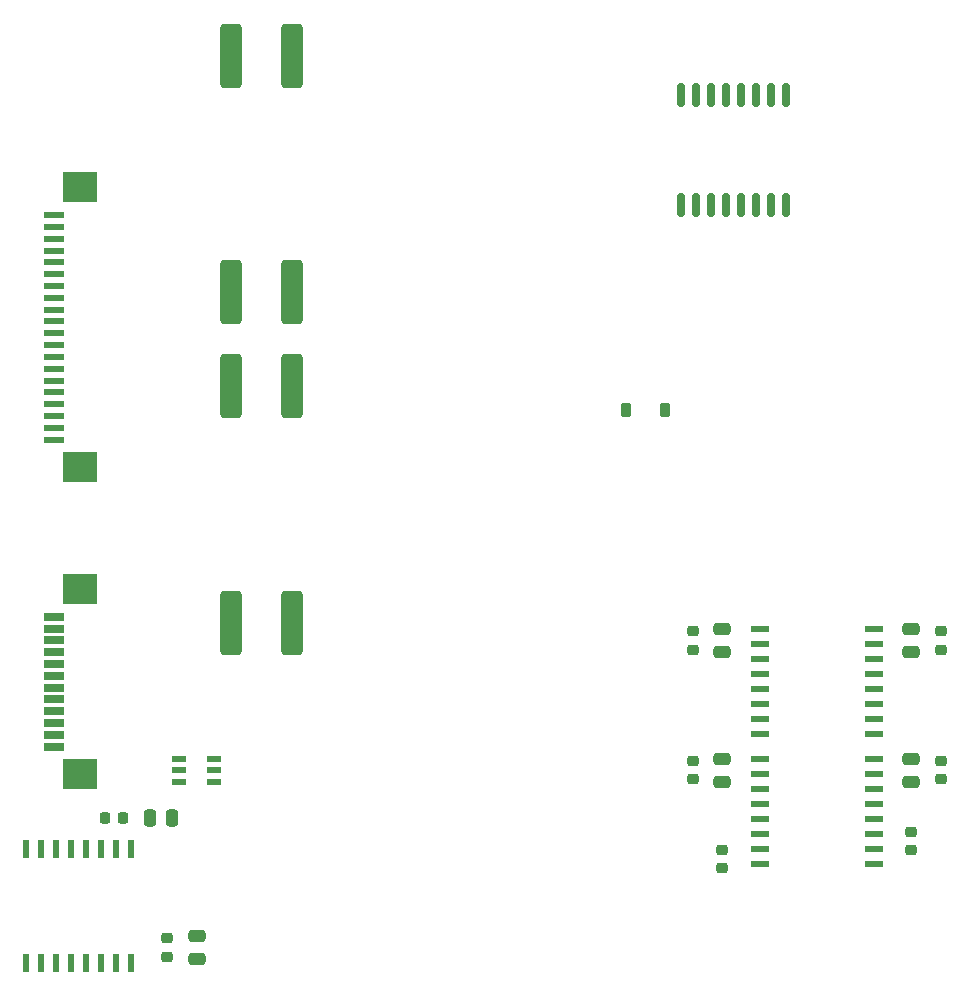
<source format=gbr>
%TF.GenerationSoftware,KiCad,Pcbnew,9.0.2*%
%TF.CreationDate,2025-07-01T09:19:31+03:00*%
%TF.ProjectId,PMCPU-LLP,504d4350-552d-44c4-9c50-2e6b69636164,rev?*%
%TF.SameCoordinates,Original*%
%TF.FileFunction,Paste,Top*%
%TF.FilePolarity,Positive*%
%FSLAX46Y46*%
G04 Gerber Fmt 4.6, Leading zero omitted, Abs format (unit mm)*
G04 Created by KiCad (PCBNEW 9.0.2) date 2025-07-01 09:19:31*
%MOMM*%
%LPD*%
G01*
G04 APERTURE LIST*
G04 Aperture macros list*
%AMRoundRect*
0 Rectangle with rounded corners*
0 $1 Rounding radius*
0 $2 $3 $4 $5 $6 $7 $8 $9 X,Y pos of 4 corners*
0 Add a 4 corners polygon primitive as box body*
4,1,4,$2,$3,$4,$5,$6,$7,$8,$9,$2,$3,0*
0 Add four circle primitives for the rounded corners*
1,1,$1+$1,$2,$3*
1,1,$1+$1,$4,$5*
1,1,$1+$1,$6,$7*
1,1,$1+$1,$8,$9*
0 Add four rect primitives between the rounded corners*
20,1,$1+$1,$2,$3,$4,$5,0*
20,1,$1+$1,$4,$5,$6,$7,0*
20,1,$1+$1,$6,$7,$8,$9,0*
20,1,$1+$1,$8,$9,$2,$3,0*%
G04 Aperture macros list end*
%ADD10RoundRect,0.225000X0.225000X0.375000X-0.225000X0.375000X-0.225000X-0.375000X0.225000X-0.375000X0*%
%ADD11R,1.181100X0.558800*%
%ADD12RoundRect,0.250000X-0.475000X0.250000X-0.475000X-0.250000X0.475000X-0.250000X0.475000X0.250000X0*%
%ADD13RoundRect,0.225000X-0.250000X0.225000X-0.250000X-0.225000X0.250000X-0.225000X0.250000X0.225000X0*%
%ADD14RoundRect,0.250000X-0.650000X-2.450000X0.650000X-2.450000X0.650000X2.450000X-0.650000X2.450000X0*%
%ADD15R,1.549400X0.482600*%
%ADD16R,0.482600X1.549400*%
%ADD17R,1.803400X0.635000*%
%ADD18R,2.997200X2.590800*%
%ADD19RoundRect,0.250000X0.475000X-0.250000X0.475000X0.250000X-0.475000X0.250000X-0.475000X-0.250000X0*%
%ADD20RoundRect,0.250000X-0.250000X-0.475000X0.250000X-0.475000X0.250000X0.475000X-0.250000X0.475000X0*%
%ADD21R,1.800000X0.600000*%
%ADD22R,3.000000X2.600000*%
%ADD23RoundRect,0.225000X0.250000X-0.225000X0.250000X0.225000X-0.250000X0.225000X-0.250000X-0.225000X0*%
%ADD24RoundRect,0.150000X0.150000X-0.875000X0.150000X0.875000X-0.150000X0.875000X-0.150000X-0.875000X0*%
%ADD25RoundRect,0.225000X0.225000X0.250000X-0.225000X0.250000X-0.225000X-0.250000X0.225000X-0.250000X0*%
G04 APERTURE END LIST*
D10*
%TO.C,D1*%
X15150000Y13000000D03*
X11850000Y13000000D03*
%TD*%
D11*
%TO.C,U7*%
X-23033150Y-18450001D03*
X-23033150Y-17500000D03*
X-23033150Y-16549999D03*
X-25966850Y-16549999D03*
X-25966850Y-17500000D03*
X-25966850Y-18450001D03*
%TD*%
D12*
%TO.C,C4*%
X36000000Y-16550000D03*
X36000000Y-18450000D03*
%TD*%
D13*
%TO.C,C8*%
X36000000Y-22705000D03*
X36000000Y-24255000D03*
%TD*%
D14*
%TO.C,C3*%
X-21550000Y15000000D03*
X-16450000Y15000000D03*
%TD*%
D13*
%TO.C,C7*%
X38500000Y-16725000D03*
X38500000Y-18275000D03*
%TD*%
%TO.C,C15*%
X20000000Y-24225000D03*
X20000000Y-25775000D03*
%TD*%
D12*
%TO.C,C13*%
X20000000Y-16550000D03*
X20000000Y-18450000D03*
%TD*%
D14*
%TO.C,C6*%
X-21550000Y43000000D03*
X-16450000Y43000000D03*
%TD*%
D15*
%TO.C,U5*%
X23174000Y-16555000D03*
X23174000Y-17825000D03*
X23174000Y-19095000D03*
X23174000Y-20365000D03*
X23174000Y-21635000D03*
X23174000Y-22905000D03*
X23174000Y-24175000D03*
X23174000Y-25445000D03*
X32826000Y-25445000D03*
X32826000Y-24175000D03*
X32826000Y-22905000D03*
X32826000Y-21635000D03*
X32826000Y-20365000D03*
X32826000Y-19095000D03*
X32826000Y-17825000D03*
X32826000Y-16555000D03*
%TD*%
D16*
%TO.C,U4*%
X-30055000Y-24174000D03*
X-31325000Y-24174000D03*
X-32595000Y-24174000D03*
X-33865000Y-24174000D03*
X-35135000Y-24174000D03*
X-36405000Y-24174000D03*
X-37675000Y-24174000D03*
X-38945000Y-24174000D03*
X-38945000Y-33826000D03*
X-37675000Y-33826000D03*
X-36405000Y-33826000D03*
X-35135000Y-33826000D03*
X-33865000Y-33826000D03*
X-32595000Y-33826000D03*
X-31325000Y-33826000D03*
X-30055000Y-33826000D03*
%TD*%
D17*
%TO.C,J7*%
X-36556000Y-15499992D03*
X-36556000Y-14499994D03*
X-36556000Y-13499996D03*
X-36556000Y-12499998D03*
X-36556000Y-11500000D03*
X-36556000Y-10500000D03*
X-36556000Y-9500000D03*
X-36556000Y-8500000D03*
X-36556000Y-7500002D03*
X-36556000Y-6500004D03*
X-36556000Y-5500006D03*
X-36556000Y-4500008D03*
D18*
X-34385999Y-17850003D03*
X-34385999Y-2149997D03*
%TD*%
D19*
%TO.C,C10*%
X-24500000Y-33450000D03*
X-24500000Y-31550000D03*
%TD*%
D20*
%TO.C,C12*%
X-28450000Y-21500000D03*
X-26550000Y-21500000D03*
%TD*%
D21*
%TO.C,JM1*%
X-36546000Y10500000D03*
X-36546000Y11500000D03*
X-36546000Y12500000D03*
X-36546000Y13500000D03*
X-36546000Y14500000D03*
X-36546000Y15500000D03*
X-36546000Y16500000D03*
X-36546000Y17500000D03*
X-36546000Y18500000D03*
X-36546000Y19500000D03*
X-36546000Y20500000D03*
X-36546000Y21500000D03*
X-36546000Y22500000D03*
X-36546000Y23500000D03*
X-36546000Y24500000D03*
X-36546000Y25500000D03*
X-36546000Y26500000D03*
X-36546000Y27500000D03*
X-36546000Y28500000D03*
X-36546000Y29500000D03*
D22*
X-34375000Y8150000D03*
X-34375000Y31850000D03*
%TD*%
D12*
%TO.C,C19*%
X20000000Y-5550000D03*
X20000000Y-7450000D03*
%TD*%
D23*
%TO.C,C9*%
X-27000000Y-33275000D03*
X-27000000Y-31725000D03*
%TD*%
D14*
%TO.C,C5*%
X-21550000Y23000000D03*
X-16450000Y23000000D03*
%TD*%
D12*
%TO.C,C17*%
X36000000Y-5550000D03*
X36000000Y-7450000D03*
%TD*%
D14*
%TO.C,C2*%
X-21550000Y-5000000D03*
X-16450000Y-5000000D03*
%TD*%
D13*
%TO.C,C18*%
X17500000Y-5725000D03*
X17500000Y-7275000D03*
%TD*%
D15*
%TO.C,U8*%
X23174000Y-5555000D03*
X23174000Y-6825000D03*
X23174000Y-8095000D03*
X23174000Y-9365000D03*
X23174000Y-10635000D03*
X23174000Y-11905000D03*
X23174000Y-13175000D03*
X23174000Y-14445000D03*
X32826000Y-14445000D03*
X32826000Y-13175000D03*
X32826000Y-11905000D03*
X32826000Y-10635000D03*
X32826000Y-9365000D03*
X32826000Y-8095000D03*
X32826000Y-6825000D03*
X32826000Y-5555000D03*
%TD*%
D24*
%TO.C,U6*%
X16555000Y30350000D03*
X17825000Y30350000D03*
X19095000Y30350000D03*
X20365000Y30350000D03*
X21635000Y30350000D03*
X22905000Y30350000D03*
X24175000Y30350000D03*
X25445000Y30350000D03*
X25445000Y39650000D03*
X24175000Y39650000D03*
X22905000Y39650000D03*
X21635000Y39650000D03*
X20365000Y39650000D03*
X19095000Y39650000D03*
X17825000Y39650000D03*
X16555000Y39650000D03*
%TD*%
D13*
%TO.C,C14*%
X17500000Y-16725000D03*
X17500000Y-18275000D03*
%TD*%
D25*
%TO.C,C11*%
X-30725000Y-21500000D03*
X-32275000Y-21500000D03*
%TD*%
D13*
%TO.C,C16*%
X38500000Y-5725000D03*
X38500000Y-7275000D03*
%TD*%
M02*

</source>
